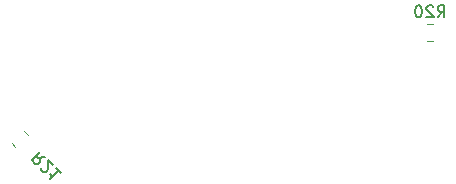
<source format=gbr>
%TF.GenerationSoftware,KiCad,Pcbnew,6.0.10*%
%TF.CreationDate,2023-01-17T11:13:45-03:00*%
%TF.ProjectId,trekking,7472656b-6b69-46e6-972e-6b696361645f,rev?*%
%TF.SameCoordinates,Original*%
%TF.FileFunction,Legend,Bot*%
%TF.FilePolarity,Positive*%
%FSLAX46Y46*%
G04 Gerber Fmt 4.6, Leading zero omitted, Abs format (unit mm)*
G04 Created by KiCad (PCBNEW 6.0.10) date 2023-01-17 11:13:45*
%MOMM*%
%LPD*%
G01*
G04 APERTURE LIST*
%ADD10C,0.150000*%
%ADD11C,0.120000*%
G04 APERTURE END LIST*
D10*
%TO.C,R20*%
X118392857Y-70702380D02*
X118726190Y-70226190D01*
X118964285Y-70702380D02*
X118964285Y-69702380D01*
X118583333Y-69702380D01*
X118488095Y-69750000D01*
X118440476Y-69797619D01*
X118392857Y-69892857D01*
X118392857Y-70035714D01*
X118440476Y-70130952D01*
X118488095Y-70178571D01*
X118583333Y-70226190D01*
X118964285Y-70226190D01*
X118011904Y-69797619D02*
X117964285Y-69750000D01*
X117869047Y-69702380D01*
X117630952Y-69702380D01*
X117535714Y-69750000D01*
X117488095Y-69797619D01*
X117440476Y-69892857D01*
X117440476Y-69988095D01*
X117488095Y-70130952D01*
X118059523Y-70702380D01*
X117440476Y-70702380D01*
X116821428Y-69702380D02*
X116726190Y-69702380D01*
X116630952Y-69750000D01*
X116583333Y-69797619D01*
X116535714Y-69892857D01*
X116488095Y-70083333D01*
X116488095Y-70321428D01*
X116535714Y-70511904D01*
X116583333Y-70607142D01*
X116630952Y-70654761D01*
X116726190Y-70702380D01*
X116821428Y-70702380D01*
X116916666Y-70654761D01*
X116964285Y-70607142D01*
X117011904Y-70511904D01*
X117059523Y-70321428D01*
X117059523Y-70083333D01*
X117011904Y-69892857D01*
X116964285Y-69797619D01*
X116916666Y-69750000D01*
X116821428Y-69702380D01*
%TO.C,R21*%
X85163409Y-82523646D02*
X84590990Y-82624661D01*
X84759348Y-82119585D02*
X84052242Y-82826692D01*
X84321616Y-83096066D01*
X84422631Y-83129738D01*
X84489974Y-83129738D01*
X84590990Y-83096066D01*
X84692005Y-82995051D01*
X84725677Y-82894035D01*
X84725677Y-82826692D01*
X84692005Y-82725677D01*
X84422631Y-82456303D01*
X84793020Y-83432784D02*
X84793020Y-83500127D01*
X84826692Y-83601142D01*
X84995051Y-83769501D01*
X85096066Y-83803173D01*
X85163409Y-83803173D01*
X85264425Y-83769501D01*
X85331768Y-83702158D01*
X85399112Y-83567471D01*
X85399112Y-82759348D01*
X85836845Y-83197081D01*
X86510280Y-83870516D02*
X86106219Y-83466455D01*
X86308249Y-83668486D02*
X85601142Y-84375593D01*
X85634814Y-84207234D01*
X85634814Y-84072547D01*
X85601142Y-83971532D01*
D11*
%TO.C,R20*%
X117977064Y-71265000D02*
X117522936Y-71265000D01*
X117977064Y-72735000D02*
X117522936Y-72735000D01*
%TO.C,R21*%
X83359165Y-80319718D02*
X83680282Y-80640835D01*
X82319718Y-81359165D02*
X82640835Y-81680282D01*
%TD*%
M02*

</source>
